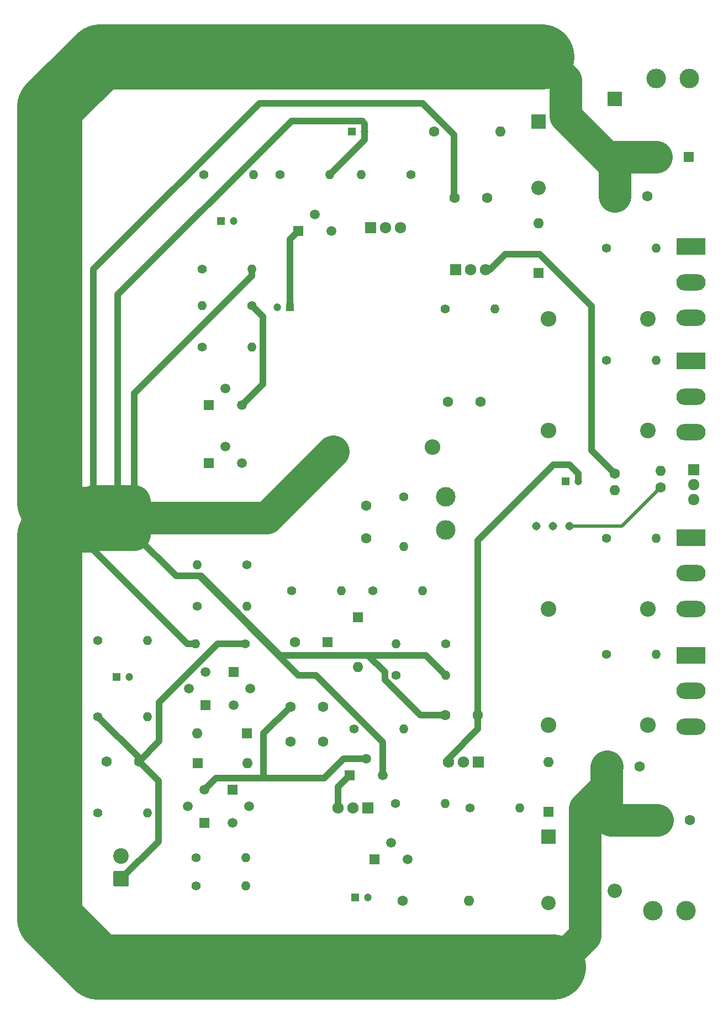
<source format=gbr>
%TF.GenerationSoftware,KiCad,Pcbnew,9.0.0*%
%TF.CreationDate,2025-06-15T12:12:57-04:00*%
%TF.ProjectId,classab-amp,636c6173-7361-4622-9d61-6d702e6b6963,rev?*%
%TF.SameCoordinates,Original*%
%TF.FileFunction,Copper,L2,Bot*%
%TF.FilePolarity,Positive*%
%FSLAX46Y46*%
G04 Gerber Fmt 4.6, Leading zero omitted, Abs format (unit mm)*
G04 Created by KiCad (PCBNEW 9.0.0) date 2025-06-15 12:12:57*
%MOMM*%
%LPD*%
G01*
G04 APERTURE LIST*
G04 Aperture macros list*
%AMRoundRect*
0 Rectangle with rounded corners*
0 $1 Rounding radius*
0 $2 $3 $4 $5 $6 $7 $8 $9 X,Y pos of 4 corners*
0 Add a 4 corners polygon primitive as box body*
4,1,4,$2,$3,$4,$5,$6,$7,$8,$9,$2,$3,0*
0 Add four circle primitives for the rounded corners*
1,1,$1+$1,$2,$3*
1,1,$1+$1,$4,$5*
1,1,$1+$1,$6,$7*
1,1,$1+$1,$8,$9*
0 Add four rect primitives between the rounded corners*
20,1,$1+$1,$2,$3,$4,$5,0*
20,1,$1+$1,$4,$5,$6,$7,0*
20,1,$1+$1,$6,$7,$8,$9,0*
20,1,$1+$1,$8,$9,$2,$3,0*%
G04 Aperture macros list end*
%TA.AperFunction,ComponentPad*%
%ADD10C,2.400000*%
%TD*%
%TA.AperFunction,ComponentPad*%
%ADD11O,2.400000X2.400000*%
%TD*%
%TA.AperFunction,ComponentPad*%
%ADD12C,1.400000*%
%TD*%
%TA.AperFunction,ComponentPad*%
%ADD13O,1.400000X1.400000*%
%TD*%
%TA.AperFunction,ComponentPad*%
%ADD14R,1.710000X1.800000*%
%TD*%
%TA.AperFunction,ComponentPad*%
%ADD15O,1.710000X1.800000*%
%TD*%
%TA.AperFunction,ComponentPad*%
%ADD16R,1.200000X1.200000*%
%TD*%
%TA.AperFunction,ComponentPad*%
%ADD17C,1.200000*%
%TD*%
%TA.AperFunction,ComponentPad*%
%ADD18R,1.600000X1.600000*%
%TD*%
%TA.AperFunction,ComponentPad*%
%ADD19O,1.600000X1.600000*%
%TD*%
%TA.AperFunction,ComponentPad*%
%ADD20R,4.500000X2.500000*%
%TD*%
%TA.AperFunction,ComponentPad*%
%ADD21O,4.500000X2.500000*%
%TD*%
%TA.AperFunction,ComponentPad*%
%ADD22C,1.600000*%
%TD*%
%TA.AperFunction,ComponentPad*%
%ADD23R,1.500000X1.500000*%
%TD*%
%TA.AperFunction,ComponentPad*%
%ADD24C,1.500000*%
%TD*%
%TA.AperFunction,ComponentPad*%
%ADD25R,1.800000X1.710000*%
%TD*%
%TA.AperFunction,ComponentPad*%
%ADD26O,1.800000X1.710000*%
%TD*%
%TA.AperFunction,ComponentPad*%
%ADD27C,1.308000*%
%TD*%
%TA.AperFunction,ComponentPad*%
%ADD28C,3.000000*%
%TD*%
%TA.AperFunction,ComponentPad*%
%ADD29RoundRect,0.250001X0.949999X-0.949999X0.949999X0.949999X-0.949999X0.949999X-0.949999X-0.949999X0*%
%TD*%
%TA.AperFunction,ComponentPad*%
%ADD30R,2.200000X2.200000*%
%TD*%
%TA.AperFunction,ComponentPad*%
%ADD31O,2.200000X2.200000*%
%TD*%
%TA.AperFunction,Conductor*%
%ADD32C,1.000000*%
%TD*%
%TA.AperFunction,Conductor*%
%ADD33C,5.000000*%
%TD*%
%TA.AperFunction,Conductor*%
%ADD34C,10.000000*%
%TD*%
%TA.AperFunction,Conductor*%
%ADD35C,0.500000*%
%TD*%
G04 APERTURE END LIST*
D10*
%TO.P,R24,1*%
%TO.N,PWRGND*%
X142240000Y-60325000D03*
D11*
%TO.P,R24,2*%
%TO.N,Net-(C15-Pad2)*%
X157480000Y-60325000D03*
%TD*%
D12*
%TO.P,R19,1*%
%TO.N,/LP+*%
X154178000Y-18542000D03*
D13*
%TO.P,R19,2*%
%TO.N,Net-(Q10-E)*%
X146558000Y-18542000D03*
%TD*%
D14*
%TO.P,Q13,1,E*%
%TO.N,Net-(Q13-E)*%
X161047000Y-33141000D03*
D15*
%TO.P,Q13,2,C*%
%TO.N,B+*%
X163327000Y-33141000D03*
%TO.P,Q13,3,B*%
%TO.N,Net-(Q10-C)*%
X165607000Y-33141000D03*
%TD*%
D12*
%TO.P,R20,1*%
%TO.N,Net-(Q12-E)*%
X151765000Y-114935000D03*
D13*
%TO.P,R20,2*%
%TO.N,/LP-*%
X159385000Y-114935000D03*
%TD*%
D16*
%TO.P,C7,1*%
%TO.N,Net-(Q10-C)*%
X177832000Y-65532000D03*
D17*
%TO.P,C7,2*%
%TO.N,Net-(Q11-E)*%
X179832000Y-65532000D03*
%TD*%
D18*
%TO.P,D1,1,K*%
%TO.N,Net-(D1-K)*%
X129032000Y-104140000D03*
D19*
%TO.P,D1,2,A*%
%TO.N,Net-(D1-A)*%
X121412000Y-104140000D03*
%TD*%
D20*
%TO.P,Q17,1,G*%
%TO.N,Net-(Q17-G)*%
X197104000Y-74168000D03*
D21*
%TO.P,Q17,2,D*%
%TO.N,B-*%
X197104000Y-79618000D03*
%TO.P,Q17,3,S*%
%TO.N,Net-(Q17-S)*%
X197104000Y-85068000D03*
%TD*%
D22*
%TO.P,C26,1*%
%TO.N,Net-(Q2-C)*%
X135676000Y-100076000D03*
%TO.P,C26,2*%
%TO.N,Net-(C26-Pad2)*%
X140676000Y-100076000D03*
%TD*%
D18*
%TO.P,D2,1,K*%
%TO.N,Net-(D1-A)*%
X121483712Y-108712000D03*
D19*
%TO.P,D2,2,A*%
%TO.N,Net-(D1-K)*%
X129103712Y-108712000D03*
%TD*%
D12*
%TO.P,R14,1*%
%TO.N,Net-(D1-K)*%
X148336000Y-82296000D03*
D13*
%TO.P,R14,2*%
%TO.N,/SPEAKER*%
X155956000Y-82296000D03*
%TD*%
D23*
%TO.P,Q5,1,E*%
%TO.N,Net-(Q5-E)*%
X126809712Y-112776000D03*
D24*
%TO.P,Q5,2,B*%
%TO.N,Net-(Q3-B)*%
X129349712Y-115316000D03*
%TO.P,Q5,3,C*%
X126809712Y-117856000D03*
%TD*%
D22*
%TO.P,R43,1*%
%TO.N,/LP+*%
X157734000Y-11938000D03*
D19*
%TO.P,R43,2*%
%TO.N,B+*%
X167894000Y-11938000D03*
%TD*%
D23*
%TO.P,Q7,1,E*%
%TO.N,/LP-*%
X148590000Y-123452000D03*
D24*
%TO.P,Q7,2,B*%
%TO.N,Net-(Q12-E)*%
X151130000Y-120912000D03*
%TO.P,Q7,3,C*%
%TO.N,Net-(Q2-C)*%
X153670000Y-123452000D03*
%TD*%
D22*
%TO.P,C9,1*%
%TO.N,Net-(Q11-E)*%
X164425000Y-101346000D03*
%TO.P,C9,2*%
%TO.N,PWRGND*%
X159425000Y-101346000D03*
%TD*%
%TO.P,R17,1*%
%TO.N,Net-(Q10-C)*%
X185420000Y-64360000D03*
D19*
%TO.P,R17,2*%
%TO.N,Net-(Q11-B)*%
X185420000Y-66900000D03*
%TD*%
D25*
%TO.P,Q11,1,E*%
%TO.N,Net-(Q11-E)*%
X197491000Y-63765000D03*
D26*
%TO.P,Q11,2,C*%
%TO.N,Net-(Q10-C)*%
X197491000Y-66045000D03*
%TO.P,Q11,3,B*%
%TO.N,Net-(Q11-B)*%
X197491000Y-68325000D03*
%TD*%
D23*
%TO.P,Q1,1,E*%
%TO.N,/LP+*%
X123190000Y-53856000D03*
D24*
%TO.P,Q1,2,B*%
%TO.N,Net-(Q1-B)*%
X125730000Y-51316000D03*
%TO.P,Q1,3,C*%
%TO.N,Net-(Q1-C)*%
X128270000Y-53856000D03*
%TD*%
D12*
%TO.P,R32,1*%
%TO.N,Net-(D6-A)*%
X184150000Y-74295000D03*
D13*
%TO.P,R32,2*%
%TO.N,Net-(Q17-G)*%
X191770000Y-74295000D03*
%TD*%
D12*
%TO.P,R3,1*%
%TO.N,Net-(C1-Pad1)*%
X106172000Y-89916000D03*
D13*
%TO.P,R3,2*%
%TO.N,Net-(C3-Pad2)*%
X113792000Y-89916000D03*
%TD*%
D12*
%TO.P,R1,1*%
%TO.N,Net-(C1-Pad1)*%
X106172000Y-116332000D03*
D13*
%TO.P,R1,2*%
%TO.N,Net-(J1-Pin_2)*%
X113792000Y-116332000D03*
%TD*%
D10*
%TO.P,R30,1*%
%TO.N,/SPEAKER*%
X175260000Y-85090000D03*
D11*
%TO.P,R30,2*%
%TO.N,Net-(Q17-S)*%
X190500000Y-85090000D03*
%TD*%
D10*
%TO.P,R28,1*%
%TO.N,Net-(Q15-S)*%
X190500000Y-40640000D03*
D11*
%TO.P,R28,2*%
%TO.N,/SPEAKER*%
X175260000Y-40640000D03*
%TD*%
D10*
%TO.P,R31,1*%
%TO.N,/SPEAKER*%
X175260000Y-102870000D03*
D11*
%TO.P,R31,2*%
%TO.N,Net-(Q16-S)*%
X190500000Y-102870000D03*
%TD*%
D23*
%TO.P,Q8,1,E*%
%TO.N,Net-(Q12-B)*%
X144780000Y-110625000D03*
D24*
%TO.P,Q8,2,B*%
%TO.N,Net-(Q2-C)*%
X147320000Y-108085000D03*
%TO.P,Q8,3,C*%
%TO.N,PWRGND*%
X149860000Y-110625000D03*
%TD*%
D18*
%TO.P,C4,1*%
%TO.N,Net-(D3-K)*%
X141340651Y-90170000D03*
D22*
%TO.P,C4,2*%
%TO.N,GNDS*%
X136340651Y-90170000D03*
%TD*%
D12*
%TO.P,R27,1*%
%TO.N,Net-(D4-K)*%
X184150000Y-46990000D03*
D13*
%TO.P,R27,2*%
%TO.N,Net-(Q18-G)*%
X191770000Y-46990000D03*
%TD*%
D12*
%TO.P,R8,1*%
%TO.N,Net-(Q2-E)*%
X121412000Y-84709000D03*
D13*
%TO.P,R8,2*%
%TO.N,Net-(Q4-C)*%
X129032000Y-84709000D03*
%TD*%
D23*
%TO.P,Q3,1,E*%
%TO.N,Net-(Q3-E)*%
X122507712Y-117856000D03*
D24*
%TO.P,Q3,2,B*%
%TO.N,Net-(Q3-B)*%
X119967712Y-115316000D03*
%TO.P,Q3,3,C*%
%TO.N,Net-(Q2-C)*%
X122507712Y-112776000D03*
%TD*%
D22*
%TO.P,R18,1*%
%TO.N,Net-(R18-Pad1)*%
X192405000Y-66450000D03*
D19*
%TO.P,R18,2*%
%TO.N,Net-(Q11-E)*%
X192405000Y-63910000D03*
%TD*%
D22*
%TO.P,R44,1*%
%TO.N,/LP-*%
X152908000Y-129794000D03*
D19*
%TO.P,R44,2*%
%TO.N,B-*%
X163068000Y-129794000D03*
%TD*%
D16*
%TO.P,C2,1*%
%TO.N,/LP+*%
X135636000Y-38870000D03*
D17*
%TO.P,C2,2*%
%TO.N,Net-(C2-Pad2)*%
X133636000Y-38870000D03*
%TD*%
D16*
%TO.P,C5,1*%
%TO.N,/LP+*%
X125000000Y-25654000D03*
D17*
%TO.P,C5,2*%
%TO.N,Net-(C5-Pad2)*%
X127000000Y-25654000D03*
%TD*%
D23*
%TO.P,Q6,1,E*%
%TO.N,Net-(Q6-E)*%
X126992000Y-94742000D03*
D24*
%TO.P,Q6,2,B*%
%TO.N,Net-(D1-K)*%
X129532000Y-97282000D03*
%TO.P,Q6,3,C*%
%TO.N,Net-(Q3-B)*%
X126992000Y-99822000D03*
%TD*%
D20*
%TO.P,Q16,1,G*%
%TO.N,Net-(Q16-G)*%
X197104000Y-92224000D03*
D21*
%TO.P,Q16,2,D*%
%TO.N,B-*%
X197104000Y-97674000D03*
%TO.P,Q16,3,S*%
%TO.N,Net-(Q16-S)*%
X197104000Y-103124000D03*
%TD*%
D27*
%TO.P,RV1,1,1*%
%TO.N,Net-(Q11-B)*%
X173355000Y-72390000D03*
%TO.P,RV1,2,2*%
X175895000Y-72390000D03*
%TO.P,RV1,3,3*%
%TO.N,Net-(R18-Pad1)*%
X178435000Y-72390000D03*
%TD*%
D12*
%TO.P,R6,1*%
%TO.N,Net-(C2-Pad2)*%
X122174000Y-33028000D03*
D13*
%TO.P,R6,2*%
%TO.N,PWRGND*%
X129794000Y-33028000D03*
%TD*%
D10*
%TO.P,R29,1*%
%TO.N,Net-(Q18-S)*%
X190500000Y-57785000D03*
D11*
%TO.P,R29,2*%
%TO.N,/SPEAKER*%
X175260000Y-57785000D03*
%TD*%
D22*
%TO.P,C6,1*%
%TO.N,Net-(C26-Pad2)*%
X135676000Y-105410000D03*
%TO.P,C6,2*%
%TO.N,Net-(Q11-E)*%
X140676000Y-105410000D03*
%TD*%
D28*
%TO.P,J7,1,1*%
%TO.N,PWRGND*%
X111760000Y-73660000D03*
%TO.P,J7,2,2*%
X111760000Y-68580000D03*
%TD*%
D14*
%TO.P,Q10,1,E*%
%TO.N,Net-(Q10-E)*%
X147960110Y-26675000D03*
D15*
%TO.P,Q10,2,C*%
%TO.N,Net-(Q10-C)*%
X150240110Y-26675000D03*
%TO.P,Q10,3,B*%
%TO.N,Net-(Q10-B)*%
X152520110Y-26675000D03*
%TD*%
D18*
%TO.P,D7,1,K*%
%TO.N,Net-(D6-K)*%
X175260000Y-116205000D03*
D19*
%TO.P,D7,2,A*%
%TO.N,/SPEAKER*%
X175260000Y-108585000D03*
%TD*%
D12*
%TO.P,R4,1*%
%TO.N,GNDS*%
X106172000Y-101600000D03*
D13*
%TO.P,R4,2*%
%TO.N,Net-(D1-A)*%
X113792000Y-101600000D03*
%TD*%
D16*
%TO.P,C3,1*%
%TO.N,Net-(D1-A)*%
X109009401Y-95504000D03*
D17*
%TO.P,C3,2*%
%TO.N,Net-(C3-Pad2)*%
X111009401Y-95504000D03*
%TD*%
D22*
%TO.P,C11,1*%
%TO.N,PWRGND*%
X185420000Y-21844000D03*
%TO.P,C11,2*%
%TO.N,B+*%
X190420000Y-21844000D03*
%TD*%
%TO.P,C10,1*%
%TO.N,Net-(Q13-E)*%
X147320000Y-69255000D03*
%TO.P,C10,2*%
%TO.N,Net-(Q14-E)*%
X147320000Y-74255000D03*
%TD*%
D12*
%TO.P,R13,1*%
%TO.N,Net-(Q12-B)*%
X145415000Y-103505000D03*
D13*
%TO.P,R13,2*%
%TO.N,/LP-*%
X153035000Y-103505000D03*
%TD*%
D28*
%TO.P,J5,1,1*%
%TO.N,/SPEAKER*%
X159485000Y-73025000D03*
%TO.P,J5,2,2*%
X159485000Y-67945000D03*
%TD*%
D12*
%TO.P,R10,1*%
%TO.N,Net-(Q4-C)*%
X129032000Y-78359000D03*
D13*
%TO.P,R10,2*%
%TO.N,Net-(Q6-E)*%
X121412000Y-78359000D03*
%TD*%
D12*
%TO.P,R26,1*%
%TO.N,Net-(D6-A)*%
X184150000Y-92075000D03*
D13*
%TO.P,R26,2*%
%TO.N,Net-(Q16-G)*%
X191770000Y-92075000D03*
%TD*%
D12*
%TO.P,R22,1*%
%TO.N,Net-(Q13-E)*%
X159385000Y-39116000D03*
D13*
%TO.P,R22,2*%
%TO.N,Net-(D4-K)*%
X167005000Y-39116000D03*
%TD*%
D12*
%TO.P,R25,1*%
%TO.N,Net-(D4-K)*%
X184150000Y-29845000D03*
D13*
%TO.P,R25,2*%
%TO.N,Net-(Q15-G)*%
X191770000Y-29845000D03*
%TD*%
D12*
%TO.P,R16,1*%
%TO.N,Net-(C5-Pad2)*%
X134112000Y-18542000D03*
D13*
%TO.P,R16,2*%
%TO.N,PWRGND*%
X141732000Y-18542000D03*
%TD*%
D12*
%TO.P,R21,1*%
%TO.N,Net-(Q13-E)*%
X153035000Y-67945000D03*
D13*
%TO.P,R21,2*%
%TO.N,Net-(Q14-E)*%
X153035000Y-75565000D03*
%TD*%
D28*
%TO.P,J6,1,1*%
%TO.N,PWRGND*%
X105510000Y-73660000D03*
%TO.P,J6,2,2*%
X105510000Y-68580000D03*
%TD*%
D12*
%TO.P,R46,1*%
%TO.N,Net-(C26-Pad2)*%
X151892000Y-95250000D03*
D13*
%TO.P,R46,2*%
%TO.N,PWRGND*%
X159512000Y-95250000D03*
%TD*%
D18*
%TO.P,C14,1*%
%TO.N,PWRGND*%
X191907349Y-117475000D03*
D22*
%TO.P,C14,2*%
%TO.N,B-*%
X196907349Y-117475000D03*
%TD*%
D23*
%TO.P,Q9,1,E*%
%TO.N,/LP+*%
X136906000Y-27186000D03*
D24*
%TO.P,Q9,2,B*%
%TO.N,Net-(Q10-E)*%
X139446000Y-24646000D03*
%TO.P,Q9,3,C*%
%TO.N,Net-(Q10-B)*%
X141986000Y-27186000D03*
%TD*%
D16*
%TO.P,C25,1*%
%TO.N,PWRGND*%
X145585401Y-129286000D03*
D17*
%TO.P,C25,2*%
%TO.N,/LP-*%
X147585401Y-129286000D03*
%TD*%
D12*
%TO.P,R11,1*%
%TO.N,Net-(Q5-E)*%
X121229712Y-123190000D03*
D13*
%TO.P,R11,2*%
%TO.N,/LP-*%
X128849712Y-123190000D03*
%TD*%
D16*
%TO.P,C24,1*%
%TO.N,/LP+*%
X145066000Y-11938000D03*
D17*
%TO.P,C24,2*%
%TO.N,PWRGND*%
X147066000Y-11938000D03*
%TD*%
D29*
%TO.P,J1,1,Pin_1*%
%TO.N,GNDS*%
X109749500Y-126464000D03*
D10*
%TO.P,J1,2,Pin_2*%
%TO.N,Net-(J1-Pin_2)*%
X109749500Y-122964000D03*
%TD*%
D23*
%TO.P,Q4,1,E*%
%TO.N,Net-(Q1-B)*%
X123190000Y-62746000D03*
D24*
%TO.P,Q4,2,B*%
%TO.N,Net-(Q1-C)*%
X125730000Y-60206000D03*
%TO.P,Q4,3,C*%
%TO.N,Net-(Q4-C)*%
X128270000Y-62746000D03*
%TD*%
D20*
%TO.P,Q15,1,G*%
%TO.N,Net-(Q15-G)*%
X197104000Y-29602000D03*
D21*
%TO.P,Q15,2,D*%
%TO.N,B+*%
X197104000Y-35052000D03*
%TO.P,Q15,3,S*%
%TO.N,Net-(Q15-S)*%
X197104000Y-40502000D03*
%TD*%
D12*
%TO.P,R12,1*%
%TO.N,Net-(D3-K)*%
X135890000Y-82296000D03*
D13*
%TO.P,R12,2*%
%TO.N,Net-(D1-K)*%
X143510000Y-82296000D03*
%TD*%
D12*
%TO.P,R45,1*%
%TO.N,/SPEAKER*%
X159512000Y-90424000D03*
D13*
%TO.P,R45,2*%
%TO.N,Net-(C26-Pad2)*%
X151892000Y-90424000D03*
%TD*%
D22*
%TO.P,C15,1*%
%TO.N,/SPEAKER*%
X164806000Y-53340000D03*
%TO.P,C15,2*%
%TO.N,Net-(C15-Pad2)*%
X159806000Y-53340000D03*
%TD*%
D12*
%TO.P,R9,1*%
%TO.N,/LP+*%
X122174000Y-44966000D03*
D13*
%TO.P,R9,2*%
%TO.N,Net-(Q1-B)*%
X129794000Y-44966000D03*
%TD*%
D30*
%TO.P,D4,1,K*%
%TO.N,Net-(D4-K)*%
X173736000Y-10414000D03*
D31*
%TO.P,D4,2,A*%
%TO.N,Net-(D4-A)*%
X173736000Y-20574000D03*
%TD*%
D18*
%TO.P,C13,1*%
%TO.N,B+*%
X196712651Y-15875000D03*
D22*
%TO.P,C13,2*%
%TO.N,PWRGND*%
X191712651Y-15875000D03*
%TD*%
D28*
%TO.P,J4,1,1*%
%TO.N,B+*%
X191770000Y-3810000D03*
%TO.P,J4,2,2*%
X196850000Y-3810000D03*
%TD*%
D14*
%TO.P,Q12,1,E*%
%TO.N,Net-(Q12-E)*%
X147563000Y-115570000D03*
D15*
%TO.P,Q12,2,C*%
%TO.N,Net-(Q11-E)*%
X145283000Y-115570000D03*
%TO.P,Q12,3,B*%
%TO.N,Net-(Q12-B)*%
X143003000Y-115570000D03*
%TD*%
D30*
%TO.P,D6,1,K*%
%TO.N,Net-(D6-K)*%
X175260000Y-120015000D03*
D31*
%TO.P,D6,2,A*%
%TO.N,Net-(D6-A)*%
X175260000Y-130175000D03*
%TD*%
D12*
%TO.P,R5,1*%
%TO.N,Net-(Q1-C)*%
X129794000Y-38616000D03*
D13*
%TO.P,R5,2*%
%TO.N,Net-(C2-Pad2)*%
X122174000Y-38616000D03*
%TD*%
D30*
%TO.P,D8,1,K*%
%TO.N,B+*%
X185420000Y-6985000D03*
D31*
%TO.P,D8,2,A*%
%TO.N,PWRGND*%
X185420000Y-17145000D03*
%TD*%
D12*
%TO.P,R23,1*%
%TO.N,Net-(Q14-E)*%
X163195000Y-115570000D03*
D13*
%TO.P,R23,2*%
%TO.N,Net-(D6-A)*%
X170815000Y-115570000D03*
%TD*%
D22*
%TO.P,C8,1*%
%TO.N,Net-(Q10-C)*%
X165822000Y-22098000D03*
%TO.P,C8,2*%
%TO.N,PWRGND*%
X160822000Y-22098000D03*
%TD*%
D18*
%TO.P,D3,1,K*%
%TO.N,Net-(D3-K)*%
X146050000Y-86360000D03*
D19*
%TO.P,D3,2,A*%
%TO.N,GNDS*%
X146050000Y-93980000D03*
%TD*%
D20*
%TO.P,Q18,1,G*%
%TO.N,Net-(Q18-G)*%
X197104000Y-47128000D03*
D21*
%TO.P,Q18,2,D*%
%TO.N,B+*%
X197104000Y-52578000D03*
%TO.P,Q18,3,S*%
%TO.N,Net-(Q18-S)*%
X197104000Y-58028000D03*
%TD*%
D12*
%TO.P,R7,1*%
%TO.N,Net-(Q3-E)*%
X121229712Y-127508000D03*
D13*
%TO.P,R7,2*%
%TO.N,/LP-*%
X128849712Y-127508000D03*
%TD*%
D12*
%TO.P,R2,1*%
%TO.N,GNDS*%
X128778000Y-90424000D03*
D13*
%TO.P,R2,2*%
%TO.N,PWRGND*%
X121158000Y-90424000D03*
%TD*%
D14*
%TO.P,Q14,1,E*%
%TO.N,Net-(Q14-E)*%
X164465000Y-108585000D03*
D15*
%TO.P,Q14,2,C*%
%TO.N,B-*%
X162185000Y-108585000D03*
%TO.P,Q14,3,B*%
%TO.N,Net-(Q11-E)*%
X159905000Y-108585000D03*
%TD*%
D18*
%TO.P,D5,1,K*%
%TO.N,/SPEAKER*%
X173736000Y-33655000D03*
D19*
%TO.P,D5,2,A*%
%TO.N,Net-(D4-A)*%
X173736000Y-26035000D03*
%TD*%
D12*
%TO.P,R15,1*%
%TO.N,Net-(Q10-B)*%
X122428000Y-18542000D03*
D13*
%TO.P,R15,2*%
%TO.N,Net-(C5-Pad2)*%
X130048000Y-18542000D03*
%TD*%
D23*
%TO.P,Q2,1,E*%
%TO.N,Net-(Q2-E)*%
X122682000Y-99822000D03*
D24*
%TO.P,Q2,2,B*%
%TO.N,Net-(D1-A)*%
X120142000Y-97282000D03*
%TO.P,Q2,3,C*%
%TO.N,Net-(Q2-C)*%
X122682000Y-94742000D03*
%TD*%
D28*
%TO.P,J3,1,1*%
%TO.N,B-*%
X191262000Y-131318000D03*
%TO.P,J3,2,2*%
X196342000Y-131318000D03*
%TD*%
D22*
%TO.P,C12,1*%
%TO.N,B-*%
X189230000Y-109220000D03*
%TO.P,C12,2*%
%TO.N,PWRGND*%
X184230000Y-109220000D03*
%TD*%
%TO.P,C1,1*%
%TO.N,Net-(C1-Pad1)*%
X107482000Y-108458000D03*
%TO.P,C1,2*%
%TO.N,GNDS*%
X112482000Y-108458000D03*
%TD*%
D30*
%TO.P,D9,1,K*%
%TO.N,PWRGND*%
X185420000Y-118110000D03*
D31*
%TO.P,D9,2,A*%
%TO.N,B-*%
X185420000Y-128270000D03*
%TD*%
D32*
%TO.N,GNDS*%
X115570000Y-105370000D02*
X115570000Y-99377712D01*
X112482000Y-108458000D02*
X115570000Y-105370000D01*
X115493000Y-111469000D02*
X112482000Y-108458000D01*
X115570000Y-99377712D02*
X124523712Y-90424000D01*
X112482000Y-107910000D02*
X106172000Y-101600000D01*
X115493000Y-120720500D02*
X115493000Y-111469000D01*
X112482000Y-108458000D02*
X112482000Y-107910000D01*
X124523712Y-90424000D02*
X128778000Y-90424000D01*
X109749500Y-126464000D02*
X115493000Y-120720500D01*
%TO.N,Net-(Q1-C)*%
X131495000Y-40317000D02*
X131495000Y-50631000D01*
X131495000Y-50631000D02*
X128270000Y-53856000D01*
X129794000Y-38616000D02*
X131495000Y-40317000D01*
%TO.N,PWRGND*%
X130944422Y-7620000D02*
X105510000Y-33054422D01*
D33*
X180848000Y-115697000D02*
X184150000Y-112395000D01*
X98806000Y-68834000D02*
X105056000Y-68834000D01*
X99976000Y-68834000D02*
X105056000Y-73914000D01*
X98806000Y-73914000D02*
X103378000Y-73914000D01*
D32*
X129794000Y-34017949D02*
X111760000Y-52051949D01*
D34*
X106453000Y-508000D02*
X152400000Y-508000D01*
D32*
X150191000Y-95954578D02*
X150191000Y-94796000D01*
D33*
X174244000Y-508000D02*
X177837000Y-4101000D01*
D32*
X160775110Y-22051110D02*
X160775110Y-12432111D01*
D34*
X156972000Y-139954000D02*
X176022000Y-139954000D01*
D32*
X134089000Y-92179000D02*
X121970000Y-80060000D01*
D33*
X185420000Y-17145000D02*
X184150000Y-15875000D01*
X184785000Y-117475000D02*
X184150000Y-116840000D01*
D34*
X98806000Y-132588000D02*
X106172000Y-139954000D01*
D32*
X147574000Y-92179000D02*
X134089000Y-92179000D01*
X159425000Y-101346000D02*
X155582422Y-101346000D01*
D34*
X161290000Y-508000D02*
X155702000Y-508000D01*
D32*
X139565578Y-95250000D02*
X136906000Y-95250000D01*
D33*
X111760000Y-68580000D02*
X109220000Y-68580000D01*
D32*
X129794000Y-33028000D02*
X129794000Y-34017949D01*
X155582422Y-101346000D02*
X150191000Y-95954578D01*
X149860000Y-105544422D02*
X139565578Y-95250000D01*
D34*
X98806000Y-8155000D02*
X98806000Y-68834000D01*
D33*
X177837000Y-9562000D02*
X184150000Y-15875000D01*
X191907349Y-117475000D02*
X184785000Y-117475000D01*
D32*
X147066000Y-13208000D02*
X141732000Y-18542000D01*
D33*
X180848000Y-135128000D02*
X180848000Y-115697000D01*
D32*
X147066000Y-11938000D02*
X147066000Y-10736000D01*
X149860000Y-110625000D02*
X149860000Y-105544422D01*
D33*
X111760000Y-73660000D02*
X105510000Y-73660000D01*
X184150000Y-109300000D02*
X184230000Y-109220000D01*
D34*
X98806000Y-78994000D02*
X98806000Y-132588000D01*
D33*
X177800000Y-4064000D02*
X174244000Y-508000D01*
X185420000Y-21844000D02*
X185420000Y-17145000D01*
D32*
X118160000Y-80060000D02*
X111760000Y-73660000D01*
X160775110Y-1022890D02*
X161290000Y-508000D01*
D33*
X177837000Y-4101000D02*
X177837000Y-9562000D01*
D34*
X155702000Y-508000D02*
X152400000Y-508000D01*
D33*
X98806000Y-68834000D02*
X98806000Y-73914000D01*
D32*
X156441000Y-92179000D02*
X147574000Y-92179000D01*
X121970000Y-80060000D02*
X118160000Y-80060000D01*
X106680000Y-71120000D02*
X98806000Y-78994000D01*
D34*
X106453000Y-508000D02*
X98806000Y-8155000D01*
D32*
X159512000Y-95250000D02*
X156441000Y-92179000D01*
X147066000Y-10736000D02*
X146667000Y-10337000D01*
X147066000Y-11938000D02*
X147066000Y-13208000D01*
D34*
X98806000Y-73914000D02*
X98806000Y-78994000D01*
D32*
X136906000Y-95250000D02*
X121716000Y-80060000D01*
X105510000Y-33054422D02*
X105510000Y-68580000D01*
D33*
X184150000Y-112395000D02*
X184150000Y-109300000D01*
D32*
X121158000Y-90424000D02*
X119888000Y-90424000D01*
D33*
X103378000Y-73914000D02*
X105056000Y-73914000D01*
D32*
X135847422Y-10337000D02*
X109220000Y-36964422D01*
X150191000Y-94796000D02*
X147574000Y-92179000D01*
X155962999Y-7620000D02*
X130944422Y-7620000D01*
D34*
X174244000Y-508000D02*
X161290000Y-508000D01*
D33*
X109220000Y-68580000D02*
X105510000Y-68580000D01*
D32*
X121716000Y-80060000D02*
X118160000Y-80060000D01*
D33*
X132080000Y-71120000D02*
X106680000Y-71120000D01*
D32*
X109220000Y-36964422D02*
X109220000Y-68580000D01*
X119888000Y-90424000D02*
X103378000Y-73914000D01*
D33*
X184150000Y-116840000D02*
X184150000Y-112395000D01*
D32*
X111760000Y-52051949D02*
X111760000Y-68580000D01*
X146667000Y-10337000D02*
X135847422Y-10337000D01*
D33*
X142240000Y-60960000D02*
X132080000Y-71120000D01*
D34*
X106172000Y-139954000D02*
X156972000Y-139954000D01*
D33*
X98806000Y-68834000D02*
X99976000Y-68834000D01*
X176022000Y-139954000D02*
X180848000Y-135128000D01*
X184150000Y-15875000D02*
X191712651Y-15875000D01*
D32*
X160775110Y-12432111D02*
X155962999Y-7620000D01*
D33*
X105056000Y-73914000D02*
X105056000Y-68834000D01*
D32*
%TO.N,Net-(Q11-E)*%
X159905000Y-108585000D02*
X159905000Y-108025000D01*
X176022000Y-62992000D02*
X178494000Y-62992000D01*
X179832000Y-64330000D02*
X179832000Y-65532000D01*
X178494000Y-62992000D02*
X179832000Y-64330000D01*
X164425000Y-103505000D02*
X164425000Y-74589000D01*
X159905000Y-108025000D02*
X164425000Y-103505000D01*
X164425000Y-74589000D02*
X176022000Y-62992000D01*
%TO.N,Net-(Q2-C)*%
X131572000Y-104180000D02*
X131572000Y-111025000D01*
X140878000Y-111025000D02*
X143818000Y-108085000D01*
X122507712Y-112776000D02*
X124258712Y-111025000D01*
X135676000Y-100076000D02*
X131572000Y-104180000D01*
X124258712Y-111025000D02*
X131572000Y-111025000D01*
X143818000Y-108085000D02*
X147320000Y-108085000D01*
X131572000Y-111025000D02*
X140878000Y-111025000D01*
%TO.N,Net-(Q10-C)*%
X181864000Y-60804000D02*
X185420000Y-64360000D01*
X181864000Y-38735000D02*
X181864000Y-60804000D01*
X168656000Y-30734000D02*
X173863000Y-30734000D01*
X166249000Y-33141000D02*
X165607000Y-33141000D01*
X168656000Y-30734000D02*
X166249000Y-33141000D01*
X173863000Y-30734000D02*
X181864000Y-38735000D01*
%TO.N,Net-(Q12-B)*%
X143003000Y-112402000D02*
X144780000Y-110625000D01*
X143003000Y-115570000D02*
X143003000Y-112402000D01*
D35*
%TO.N,Net-(R18-Pad1)*%
X178435000Y-72390000D02*
X186465000Y-72390000D01*
X186465000Y-72390000D02*
X192405000Y-66450000D01*
D32*
%TO.N,/LP+*%
X135636000Y-28456000D02*
X136906000Y-27186000D01*
X135636000Y-38870000D02*
X135636000Y-28456000D01*
%TD*%
M02*

</source>
